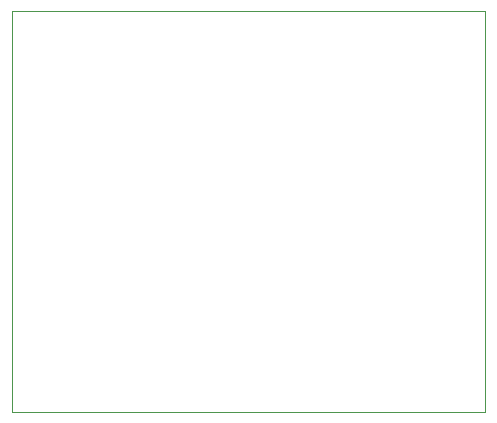
<source format=gbr>
G04 #@! TF.FileFunction,Profile,NP*
%FSLAX46Y46*%
G04 Gerber Fmt 4.6, Leading zero omitted, Abs format (unit mm)*
G04 Created by KiCad (PCBNEW 0.201505031001+5637~23~ubuntu14.04.1-product) date Sun 28 Jun 2015 22:34:24 BST*
%MOMM*%
G01*
G04 APERTURE LIST*
%ADD10C,0.100000*%
G04 APERTURE END LIST*
D10*
X150000000Y-92000000D02*
X150000000Y-126000000D01*
X190000000Y-92000000D02*
X150000000Y-92000000D01*
X190000000Y-126000000D02*
X190000000Y-92000000D01*
X150000000Y-126000000D02*
X190000000Y-126000000D01*
M02*

</source>
